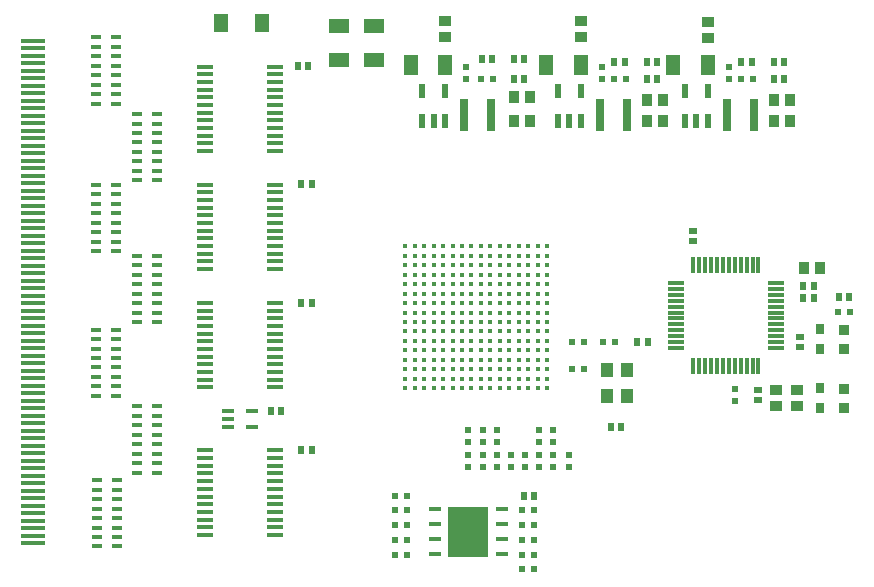
<source format=gtp>
G04*
G04 #@! TF.GenerationSoftware,Altium Limited,Altium Designer,24.4.1 (13)*
G04*
G04 Layer_Color=8421504*
%FSLAX44Y44*%
%MOMM*%
G71*
G04*
G04 #@! TF.SameCoordinates,925E675A-46DA-42A4-AE84-68A0AB10CA93*
G04*
G04*
G04 #@! TF.FilePolarity,Positive*
G04*
G01*
G75*
%ADD16R,0.6000X0.6400*%
%ADD17R,0.9000X1.0000*%
%ADD18R,1.3000X1.8000*%
%ADD19R,1.4750X0.3000*%
%ADD20R,0.3000X1.4750*%
%ADD21R,0.6000X0.5000*%
%ADD22R,0.6400X0.6000*%
%ADD23R,1.0000X0.9000*%
%ADD24R,0.5000X0.6000*%
%ADD25R,1.4750X0.4500*%
%ADD26C,0.4200*%
%ADD27R,0.6000X1.1500*%
%ADD28R,0.8000X2.7000*%
%ADD29R,1.0500X0.4500*%
%ADD30R,3.4500X4.3500*%
%ADD31R,1.2500X1.6500*%
%ADD32R,1.0000X0.4000*%
%ADD33R,0.9000X0.4500*%
%ADD34R,1.8000X1.3000*%
%ADD35R,0.8000X0.9000*%
%ADD36R,0.9500X0.9000*%
%ADD37R,2.0000X0.3800*%
%ADD38R,1.1000X1.3000*%
D16*
X895600Y466000D02*
D03*
X904400D02*
D03*
X874400Y465000D02*
D03*
X865600D02*
D03*
X629400Y667500D02*
D03*
Y650000D02*
D03*
X741900Y665000D02*
D03*
X733800Y427500D02*
D03*
X725000D02*
D03*
X865600Y475000D02*
D03*
X874400D02*
D03*
X702600Y356000D02*
D03*
X711400D02*
D03*
X637500Y297500D02*
D03*
X628700D02*
D03*
X593100Y667500D02*
D03*
X601900D02*
D03*
X414600Y369000D02*
D03*
X423400D02*
D03*
X620600Y650000D02*
D03*
Y667500D02*
D03*
X449400Y461000D02*
D03*
X440600D02*
D03*
X449400Y336000D02*
D03*
X440600D02*
D03*
X714400Y665000D02*
D03*
X705600D02*
D03*
X733100D02*
D03*
X741900Y650000D02*
D03*
X733100D02*
D03*
X840600Y665000D02*
D03*
X849400D02*
D03*
X840600Y650000D02*
D03*
X849400D02*
D03*
X821900Y665000D02*
D03*
X813100D02*
D03*
X440600Y561000D02*
D03*
X449400D02*
D03*
X437600Y661000D02*
D03*
X446400D02*
D03*
D17*
X634250Y635000D02*
D03*
Y615000D02*
D03*
X879250Y490000D02*
D03*
X865750D02*
D03*
X854250Y615000D02*
D03*
X840750D02*
D03*
X620750Y635000D02*
D03*
X854250Y632500D02*
D03*
X840750D02*
D03*
X733250Y615000D02*
D03*
X746750D02*
D03*
X733250Y632500D02*
D03*
X746750D02*
D03*
X620750Y615000D02*
D03*
D18*
X533000Y662500D02*
D03*
X755500D02*
D03*
X784500D02*
D03*
X648000D02*
D03*
X677000D02*
D03*
X562000D02*
D03*
D19*
X842380Y422500D02*
D03*
Y442500D02*
D03*
Y452500D02*
D03*
Y457500D02*
D03*
X757620Y477500D02*
D03*
Y472500D02*
D03*
Y467500D02*
D03*
Y462500D02*
D03*
Y432500D02*
D03*
Y427500D02*
D03*
Y422500D02*
D03*
X842380Y462500D02*
D03*
X757620Y447500D02*
D03*
Y452500D02*
D03*
X842380Y477500D02*
D03*
X757620Y437500D02*
D03*
Y442500D02*
D03*
Y457500D02*
D03*
X842380Y472500D02*
D03*
Y467500D02*
D03*
Y447500D02*
D03*
Y437500D02*
D03*
Y432500D02*
D03*
Y427500D02*
D03*
D20*
X777500Y492380D02*
D03*
X772500D02*
D03*
Y407620D02*
D03*
X792500D02*
D03*
X822500D02*
D03*
X827500D02*
D03*
X797500D02*
D03*
X802500D02*
D03*
X807500D02*
D03*
X827500Y492380D02*
D03*
X817500Y407620D02*
D03*
X812500D02*
D03*
X787500D02*
D03*
X782500D02*
D03*
X777500D02*
D03*
X782500Y492380D02*
D03*
X787500D02*
D03*
X792500D02*
D03*
X797500D02*
D03*
X802500D02*
D03*
X807500D02*
D03*
X812500D02*
D03*
X817500D02*
D03*
X822500D02*
D03*
D21*
X807500Y377500D02*
D03*
Y387500D02*
D03*
X695000Y660000D02*
D03*
Y650000D02*
D03*
X802500Y660000D02*
D03*
Y650000D02*
D03*
X642000Y332000D02*
D03*
Y322000D02*
D03*
X618000D02*
D03*
Y332000D02*
D03*
X630000Y322000D02*
D03*
Y332000D02*
D03*
X606000D02*
D03*
Y322000D02*
D03*
X594000Y332000D02*
D03*
Y322000D02*
D03*
X582000Y332000D02*
D03*
Y322000D02*
D03*
X594000Y343000D02*
D03*
Y353000D02*
D03*
X582000D02*
D03*
Y343000D02*
D03*
X606000Y353000D02*
D03*
Y343000D02*
D03*
X642000Y353000D02*
D03*
Y343000D02*
D03*
X654000Y353000D02*
D03*
Y343000D02*
D03*
Y332000D02*
D03*
Y322000D02*
D03*
X667000D02*
D03*
Y332000D02*
D03*
X580000Y650000D02*
D03*
Y660000D02*
D03*
D22*
X827500Y386900D02*
D03*
Y378100D02*
D03*
X862500Y423100D02*
D03*
Y431900D02*
D03*
X772500Y513100D02*
D03*
Y521900D02*
D03*
D23*
X842500Y373250D02*
D03*
Y386750D02*
D03*
X860000Y373250D02*
D03*
Y386750D02*
D03*
X677500Y699250D02*
D03*
Y685750D02*
D03*
X785000Y685000D02*
D03*
Y698500D02*
D03*
X562500Y685750D02*
D03*
Y699250D02*
D03*
D24*
X895000Y453000D02*
D03*
X905000D02*
D03*
X520000Y272500D02*
D03*
X530000D02*
D03*
X520000Y297500D02*
D03*
X530000D02*
D03*
X637500Y272500D02*
D03*
X627500D02*
D03*
X637500Y247500D02*
D03*
X627500D02*
D03*
X670000Y405000D02*
D03*
X680000D02*
D03*
X670000Y428000D02*
D03*
X680000D02*
D03*
X706000D02*
D03*
X696000D02*
D03*
X637500Y285000D02*
D03*
X627500D02*
D03*
X530000Y247500D02*
D03*
X520000D02*
D03*
X627500Y235000D02*
D03*
X637500D02*
D03*
X530000Y260000D02*
D03*
X520000D02*
D03*
X627500D02*
D03*
X637500D02*
D03*
X530000Y285000D02*
D03*
X520000D02*
D03*
X812500Y650000D02*
D03*
X822500D02*
D03*
X705000D02*
D03*
X715000D02*
D03*
X592500D02*
D03*
X602500D02*
D03*
D25*
X359120Y460750D02*
D03*
Y454250D02*
D03*
Y447750D02*
D03*
Y441250D02*
D03*
Y434750D02*
D03*
Y428250D02*
D03*
Y421750D02*
D03*
Y415250D02*
D03*
Y408750D02*
D03*
Y402250D02*
D03*
Y395750D02*
D03*
Y389250D02*
D03*
X417880D02*
D03*
Y395750D02*
D03*
Y402250D02*
D03*
Y408750D02*
D03*
Y415250D02*
D03*
Y421750D02*
D03*
Y428250D02*
D03*
Y434750D02*
D03*
Y441250D02*
D03*
Y447750D02*
D03*
Y454250D02*
D03*
Y460750D02*
D03*
X359120Y335750D02*
D03*
Y329250D02*
D03*
Y322750D02*
D03*
Y316250D02*
D03*
Y309750D02*
D03*
Y303250D02*
D03*
Y296750D02*
D03*
Y290250D02*
D03*
Y283750D02*
D03*
Y277250D02*
D03*
Y270750D02*
D03*
Y264250D02*
D03*
X417880D02*
D03*
Y270750D02*
D03*
Y277250D02*
D03*
Y283750D02*
D03*
Y290250D02*
D03*
Y296750D02*
D03*
Y303250D02*
D03*
Y309750D02*
D03*
Y316250D02*
D03*
Y322750D02*
D03*
Y329250D02*
D03*
Y335750D02*
D03*
X359120Y660750D02*
D03*
Y654250D02*
D03*
Y647750D02*
D03*
Y641250D02*
D03*
Y634750D02*
D03*
Y628250D02*
D03*
Y621750D02*
D03*
Y615250D02*
D03*
Y608750D02*
D03*
Y602250D02*
D03*
Y595750D02*
D03*
Y589250D02*
D03*
X417880D02*
D03*
Y595750D02*
D03*
Y602250D02*
D03*
Y608750D02*
D03*
Y615250D02*
D03*
Y621750D02*
D03*
Y628250D02*
D03*
Y634750D02*
D03*
Y641250D02*
D03*
Y647750D02*
D03*
Y654250D02*
D03*
Y660750D02*
D03*
X359120Y560750D02*
D03*
Y554250D02*
D03*
Y547750D02*
D03*
Y541250D02*
D03*
Y534750D02*
D03*
Y528250D02*
D03*
Y521750D02*
D03*
Y515250D02*
D03*
Y508750D02*
D03*
Y502250D02*
D03*
Y495750D02*
D03*
Y489250D02*
D03*
X417880D02*
D03*
Y495750D02*
D03*
Y502250D02*
D03*
Y508750D02*
D03*
Y515250D02*
D03*
Y521750D02*
D03*
Y528250D02*
D03*
Y534750D02*
D03*
Y541250D02*
D03*
Y547750D02*
D03*
Y554250D02*
D03*
Y560750D02*
D03*
D26*
X592500Y508500D02*
D03*
X600500D02*
D03*
X608500D02*
D03*
X616500D02*
D03*
X624500D02*
D03*
X632500D02*
D03*
X640500D02*
D03*
X592500Y500500D02*
D03*
X600500D02*
D03*
X608500D02*
D03*
X616500D02*
D03*
X624500D02*
D03*
X592500Y492500D02*
D03*
X608500D02*
D03*
X624500D02*
D03*
X592500Y484500D02*
D03*
X608500D02*
D03*
X584500Y476500D02*
D03*
X624500D02*
D03*
X528500Y508500D02*
D03*
X536500D02*
D03*
X544500D02*
D03*
X552500D02*
D03*
X560500D02*
D03*
X568500D02*
D03*
X576500D02*
D03*
X584500D02*
D03*
X648500D02*
D03*
X528500Y500500D02*
D03*
X536500D02*
D03*
X544500D02*
D03*
X552500D02*
D03*
X560500D02*
D03*
X568500D02*
D03*
X576500D02*
D03*
X584500D02*
D03*
X632500D02*
D03*
X640500D02*
D03*
X648500D02*
D03*
X528500Y492500D02*
D03*
X536500D02*
D03*
X544500D02*
D03*
X552500D02*
D03*
X560500D02*
D03*
X568500D02*
D03*
X576500D02*
D03*
X584500D02*
D03*
X600500D02*
D03*
X616500D02*
D03*
X632500D02*
D03*
X640500D02*
D03*
X648500D02*
D03*
X528500Y484500D02*
D03*
X536500D02*
D03*
X544500D02*
D03*
X552500D02*
D03*
X560500D02*
D03*
X568500D02*
D03*
X576500D02*
D03*
X584500D02*
D03*
X600500D02*
D03*
X616500D02*
D03*
X624500D02*
D03*
X632500D02*
D03*
X640500D02*
D03*
X648500D02*
D03*
X528500Y476500D02*
D03*
X536500D02*
D03*
X544500D02*
D03*
X552500D02*
D03*
X560500D02*
D03*
X568500D02*
D03*
X576500D02*
D03*
X592500D02*
D03*
X600500D02*
D03*
X608500D02*
D03*
X616500D02*
D03*
X632500D02*
D03*
X640500D02*
D03*
X648500D02*
D03*
X528500Y468500D02*
D03*
X536500D02*
D03*
X544500D02*
D03*
X552500D02*
D03*
X560500D02*
D03*
X568500D02*
D03*
X576500D02*
D03*
X584500D02*
D03*
X592500D02*
D03*
X600500D02*
D03*
X608500D02*
D03*
X616500D02*
D03*
X624500D02*
D03*
X632500D02*
D03*
X640500D02*
D03*
X648500D02*
D03*
X528500Y460500D02*
D03*
X536500D02*
D03*
X544500D02*
D03*
X552500D02*
D03*
X560500D02*
D03*
X568500D02*
D03*
X576500D02*
D03*
X584500D02*
D03*
X592500D02*
D03*
X600500D02*
D03*
X608500D02*
D03*
X616500D02*
D03*
X624500D02*
D03*
X632500D02*
D03*
X640500D02*
D03*
X648500D02*
D03*
X528500Y452500D02*
D03*
X536500D02*
D03*
X544500D02*
D03*
X552500D02*
D03*
X560500D02*
D03*
X568500D02*
D03*
X576500D02*
D03*
X584500D02*
D03*
X592500D02*
D03*
X600500D02*
D03*
X608500D02*
D03*
X616500D02*
D03*
X624500D02*
D03*
X632500D02*
D03*
X640500D02*
D03*
X648500D02*
D03*
X528500Y444500D02*
D03*
X536500D02*
D03*
X544500D02*
D03*
X552500D02*
D03*
X560500D02*
D03*
X568500D02*
D03*
X576500D02*
D03*
X584500D02*
D03*
X592500D02*
D03*
X600500D02*
D03*
X608500D02*
D03*
X616500D02*
D03*
X624500D02*
D03*
X632500D02*
D03*
X640500D02*
D03*
X648500D02*
D03*
X528500Y436500D02*
D03*
X536500D02*
D03*
X544500D02*
D03*
X552500D02*
D03*
X560500D02*
D03*
X568500D02*
D03*
X576500D02*
D03*
X584500D02*
D03*
X592500D02*
D03*
X600500D02*
D03*
X608500D02*
D03*
X616500D02*
D03*
X624500D02*
D03*
X632500D02*
D03*
X640500D02*
D03*
X648500D02*
D03*
X528500Y428500D02*
D03*
X536500D02*
D03*
X544500D02*
D03*
X552500D02*
D03*
X560500D02*
D03*
X568500D02*
D03*
X576500D02*
D03*
X584500D02*
D03*
X592500D02*
D03*
X600500D02*
D03*
X608500D02*
D03*
X616500D02*
D03*
X624500D02*
D03*
X632500D02*
D03*
X640500D02*
D03*
X648500D02*
D03*
X528500Y420500D02*
D03*
X536500D02*
D03*
X544500D02*
D03*
X552500D02*
D03*
X560500D02*
D03*
X568500D02*
D03*
X576500D02*
D03*
X584500D02*
D03*
X592500D02*
D03*
X600500D02*
D03*
X608500D02*
D03*
X616500D02*
D03*
X624500D02*
D03*
X632500D02*
D03*
X640500D02*
D03*
X648500D02*
D03*
X528500Y412500D02*
D03*
X536500D02*
D03*
X544500D02*
D03*
X552500D02*
D03*
X560500D02*
D03*
X568500D02*
D03*
X576500D02*
D03*
X584500D02*
D03*
X592500D02*
D03*
X600500D02*
D03*
X608500D02*
D03*
X616500D02*
D03*
X624500D02*
D03*
X632500D02*
D03*
X640500D02*
D03*
X648500D02*
D03*
X528500Y404500D02*
D03*
X536500D02*
D03*
X544500D02*
D03*
X552500D02*
D03*
X560500D02*
D03*
X568500D02*
D03*
X576500D02*
D03*
X584500D02*
D03*
X592500D02*
D03*
X600500D02*
D03*
X608500D02*
D03*
X616500D02*
D03*
X624500D02*
D03*
X632500D02*
D03*
X640500D02*
D03*
X648500D02*
D03*
X528500Y396500D02*
D03*
X536500D02*
D03*
X544500D02*
D03*
X552500D02*
D03*
X560500D02*
D03*
X568500D02*
D03*
X576500D02*
D03*
X584500D02*
D03*
X592500D02*
D03*
X600500D02*
D03*
X608500D02*
D03*
X616500D02*
D03*
X624500D02*
D03*
X632500D02*
D03*
X640500D02*
D03*
X648500D02*
D03*
X528500Y388500D02*
D03*
X536500D02*
D03*
X544500D02*
D03*
X552500D02*
D03*
X560500D02*
D03*
X568500D02*
D03*
X576500D02*
D03*
X584500D02*
D03*
X592500D02*
D03*
X600500D02*
D03*
X608500D02*
D03*
X616500D02*
D03*
X624500D02*
D03*
X632500D02*
D03*
X640500D02*
D03*
X648500D02*
D03*
D27*
X543000Y640500D02*
D03*
X562000D02*
D03*
Y614500D02*
D03*
X552500D02*
D03*
X543000D02*
D03*
X658000Y640500D02*
D03*
X677000D02*
D03*
Y614500D02*
D03*
X667500D02*
D03*
X658000D02*
D03*
X765500Y640500D02*
D03*
X784500D02*
D03*
Y614500D02*
D03*
X775000D02*
D03*
X765500D02*
D03*
D28*
X824000Y620000D02*
D03*
X801000D02*
D03*
X693500D02*
D03*
X716500D02*
D03*
X578500D02*
D03*
X601500D02*
D03*
D29*
X553500Y286050D02*
D03*
Y273350D02*
D03*
Y260650D02*
D03*
Y247950D02*
D03*
X610500D02*
D03*
Y260650D02*
D03*
Y273350D02*
D03*
Y286050D02*
D03*
D30*
X582000Y267000D02*
D03*
D31*
X372750Y697500D02*
D03*
X407250D02*
D03*
D32*
X378500Y369000D02*
D03*
Y362500D02*
D03*
Y356000D02*
D03*
X398500D02*
D03*
Y369000D02*
D03*
D33*
X284500Y254500D02*
D03*
Y262500D02*
D03*
Y278500D02*
D03*
Y270500D02*
D03*
Y294500D02*
D03*
Y310500D02*
D03*
Y302500D02*
D03*
Y286500D02*
D03*
X267500D02*
D03*
Y302500D02*
D03*
Y310500D02*
D03*
Y294500D02*
D03*
Y270500D02*
D03*
Y278500D02*
D03*
Y262500D02*
D03*
Y254500D02*
D03*
X318500Y317000D02*
D03*
Y325000D02*
D03*
Y341000D02*
D03*
Y333000D02*
D03*
Y357000D02*
D03*
Y373000D02*
D03*
Y365000D02*
D03*
Y349000D02*
D03*
X301500D02*
D03*
Y365000D02*
D03*
Y373000D02*
D03*
Y357000D02*
D03*
Y333000D02*
D03*
Y341000D02*
D03*
Y325000D02*
D03*
Y317000D02*
D03*
X283500Y382000D02*
D03*
Y390000D02*
D03*
Y406000D02*
D03*
Y398000D02*
D03*
Y422000D02*
D03*
Y438000D02*
D03*
Y430000D02*
D03*
Y414000D02*
D03*
X266500D02*
D03*
Y430000D02*
D03*
Y438000D02*
D03*
Y422000D02*
D03*
Y398000D02*
D03*
Y406000D02*
D03*
Y390000D02*
D03*
Y382000D02*
D03*
X318500Y444500D02*
D03*
Y452500D02*
D03*
Y468500D02*
D03*
Y460500D02*
D03*
Y484500D02*
D03*
Y500500D02*
D03*
Y492500D02*
D03*
Y476500D02*
D03*
X301500D02*
D03*
Y492500D02*
D03*
Y500500D02*
D03*
Y484500D02*
D03*
Y460500D02*
D03*
Y468500D02*
D03*
Y452500D02*
D03*
Y444500D02*
D03*
X283500Y504500D02*
D03*
Y512500D02*
D03*
Y528500D02*
D03*
Y520500D02*
D03*
Y544500D02*
D03*
Y560500D02*
D03*
Y552500D02*
D03*
Y536500D02*
D03*
X266500D02*
D03*
Y552500D02*
D03*
Y560500D02*
D03*
Y544500D02*
D03*
Y520500D02*
D03*
Y528500D02*
D03*
Y512500D02*
D03*
Y504500D02*
D03*
X318500Y564500D02*
D03*
Y572500D02*
D03*
Y588500D02*
D03*
Y580500D02*
D03*
Y604500D02*
D03*
Y620500D02*
D03*
Y612500D02*
D03*
Y596500D02*
D03*
X301500D02*
D03*
Y612500D02*
D03*
Y620500D02*
D03*
Y604500D02*
D03*
Y580500D02*
D03*
Y588500D02*
D03*
Y572500D02*
D03*
Y564500D02*
D03*
X283500Y629500D02*
D03*
Y637500D02*
D03*
Y653500D02*
D03*
Y645500D02*
D03*
Y669500D02*
D03*
Y685500D02*
D03*
Y677500D02*
D03*
Y661500D02*
D03*
X266500D02*
D03*
Y677500D02*
D03*
Y685500D02*
D03*
Y669500D02*
D03*
Y645500D02*
D03*
Y653500D02*
D03*
Y637500D02*
D03*
Y629500D02*
D03*
D34*
X502000Y695500D02*
D03*
Y666500D02*
D03*
X472000Y695500D02*
D03*
Y666500D02*
D03*
D35*
X880000Y371500D02*
D03*
Y388500D02*
D03*
Y421500D02*
D03*
Y438500D02*
D03*
D36*
X900000Y372000D02*
D03*
Y388000D02*
D03*
Y422000D02*
D03*
Y438000D02*
D03*
D37*
X213000Y644625D02*
D03*
Y638275D02*
D03*
Y631925D02*
D03*
Y625575D02*
D03*
Y682725D02*
D03*
Y670025D02*
D03*
Y657325D02*
D03*
Y619225D02*
D03*
Y606525D02*
D03*
Y593825D02*
D03*
Y581125D02*
D03*
Y568425D02*
D03*
Y555725D02*
D03*
Y543025D02*
D03*
Y530325D02*
D03*
Y517625D02*
D03*
Y504925D02*
D03*
Y492225D02*
D03*
Y479525D02*
D03*
Y466825D02*
D03*
Y454125D02*
D03*
Y441425D02*
D03*
Y428725D02*
D03*
Y416025D02*
D03*
Y403325D02*
D03*
Y390625D02*
D03*
Y377925D02*
D03*
Y365225D02*
D03*
Y352525D02*
D03*
Y339825D02*
D03*
Y327125D02*
D03*
Y314425D02*
D03*
Y301725D02*
D03*
Y289025D02*
D03*
Y276325D02*
D03*
Y263625D02*
D03*
Y676375D02*
D03*
Y663675D02*
D03*
Y650975D02*
D03*
Y612875D02*
D03*
Y600175D02*
D03*
Y587475D02*
D03*
Y574775D02*
D03*
Y562075D02*
D03*
Y549375D02*
D03*
Y536675D02*
D03*
Y523975D02*
D03*
Y511275D02*
D03*
Y498575D02*
D03*
Y485875D02*
D03*
Y473175D02*
D03*
Y460475D02*
D03*
Y447775D02*
D03*
Y435075D02*
D03*
Y422375D02*
D03*
Y409675D02*
D03*
Y396975D02*
D03*
Y384275D02*
D03*
Y371575D02*
D03*
Y358875D02*
D03*
Y346175D02*
D03*
Y333475D02*
D03*
Y320775D02*
D03*
Y308075D02*
D03*
Y295375D02*
D03*
Y282675D02*
D03*
Y269975D02*
D03*
Y257275D02*
D03*
D38*
X716000Y381500D02*
D03*
X699000D02*
D03*
X716000Y403500D02*
D03*
X699000D02*
D03*
M02*

</source>
